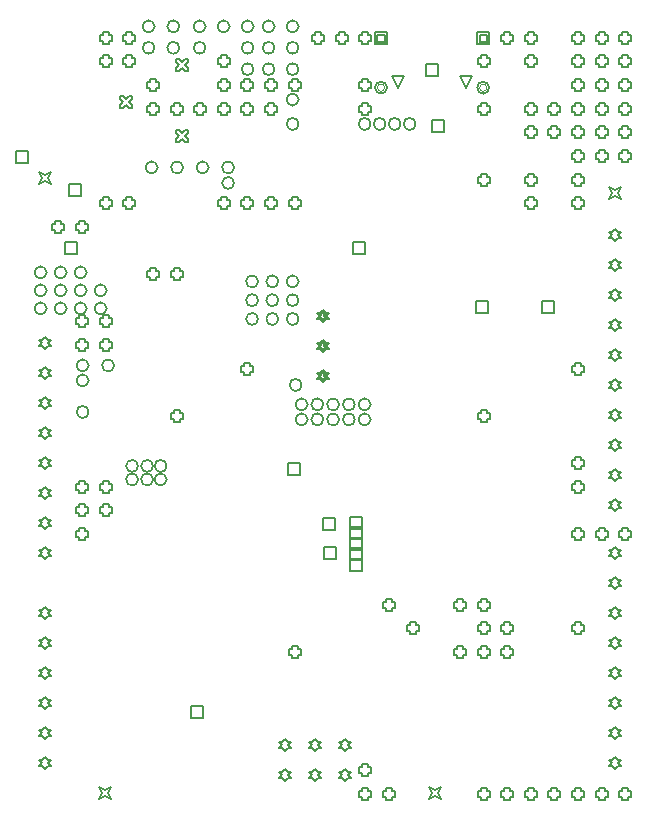
<source format=gbr>
G04*
G04 #@! TF.GenerationSoftware,Altium Limited,Altium Designer,24.2.2 (26)*
G04*
G04 Layer_Color=2752767*
%FSLAX44Y44*%
%MOMM*%
G71*
G04*
G04 #@! TF.SameCoordinates,B43C7C8D-B24C-4B8E-A4ED-51BAA9CAD299*
G04*
G04*
G04 #@! TF.FilePolarity,Positive*
G04*
G01*
G75*
%ADD18C,0.1270*%
%ADD83C,0.1693*%
%ADD84C,0.1016*%
D18*
X1263650Y796290D02*
X1266190Y801370D01*
X1263650Y806450D01*
X1268730Y803910D01*
X1273810Y806450D01*
X1271270Y801370D01*
X1273810Y796290D01*
X1268730Y798830D01*
X1263650Y796290D01*
X1746250Y783590D02*
X1748790Y788670D01*
X1746250Y793750D01*
X1751330Y791210D01*
X1756410Y793750D01*
X1753870Y788670D01*
X1756410Y783590D01*
X1751330Y786130D01*
X1746250Y783590D01*
X1314450Y275590D02*
X1316990Y280670D01*
X1314450Y285750D01*
X1319530Y283210D01*
X1324610Y285750D01*
X1322070Y280670D01*
X1324610Y275590D01*
X1319530Y278130D01*
X1314450Y275590D01*
X1593850D02*
X1596390Y280670D01*
X1593850Y285750D01*
X1598930Y283210D01*
X1604010Y285750D01*
X1601470Y280670D01*
X1604010Y275590D01*
X1598930Y278130D01*
X1593850Y275590D01*
X1268730Y656590D02*
X1271270Y659130D01*
X1273810D01*
X1271270Y661670D01*
X1273810Y664210D01*
X1271270D01*
X1268730Y666750D01*
X1266190Y664210D01*
X1263650D01*
X1266190Y661670D01*
X1263650Y659130D01*
X1266190D01*
X1268730Y656590D01*
Y631190D02*
X1271270Y633730D01*
X1273810D01*
X1271270Y636270D01*
X1273810Y638810D01*
X1271270D01*
X1268730Y641350D01*
X1266190Y638810D01*
X1263650D01*
X1266190Y636270D01*
X1263650Y633730D01*
X1266190D01*
X1268730Y631190D01*
Y605790D02*
X1271270Y608330D01*
X1273810D01*
X1271270Y610870D01*
X1273810Y613410D01*
X1271270D01*
X1268730Y615950D01*
X1266190Y613410D01*
X1263650D01*
X1266190Y610870D01*
X1263650Y608330D01*
X1266190D01*
X1268730Y605790D01*
Y580390D02*
X1271270Y582930D01*
X1273810D01*
X1271270Y585470D01*
X1273810Y588010D01*
X1271270D01*
X1268730Y590550D01*
X1266190Y588010D01*
X1263650D01*
X1266190Y585470D01*
X1263650Y582930D01*
X1266190D01*
X1268730Y580390D01*
Y554990D02*
X1271270Y557530D01*
X1273810D01*
X1271270Y560070D01*
X1273810Y562610D01*
X1271270D01*
X1268730Y565150D01*
X1266190Y562610D01*
X1263650D01*
X1266190Y560070D01*
X1263650Y557530D01*
X1266190D01*
X1268730Y554990D01*
Y529590D02*
X1271270Y532130D01*
X1273810D01*
X1271270Y534670D01*
X1273810Y537210D01*
X1271270D01*
X1268730Y539750D01*
X1266190Y537210D01*
X1263650D01*
X1266190Y534670D01*
X1263650Y532130D01*
X1266190D01*
X1268730Y529590D01*
Y504190D02*
X1271270Y506730D01*
X1273810D01*
X1271270Y509270D01*
X1273810Y511810D01*
X1271270D01*
X1268730Y514350D01*
X1266190Y511810D01*
X1263650D01*
X1266190Y509270D01*
X1263650Y506730D01*
X1266190D01*
X1268730Y504190D01*
Y478790D02*
X1271270Y481330D01*
X1273810D01*
X1271270Y483870D01*
X1273810Y486410D01*
X1271270D01*
X1268730Y488950D01*
X1266190Y486410D01*
X1263650D01*
X1266190Y483870D01*
X1263650Y481330D01*
X1266190D01*
X1268730Y478790D01*
Y427990D02*
X1271270Y430530D01*
X1273810D01*
X1271270Y433070D01*
X1273810Y435610D01*
X1271270D01*
X1268730Y438150D01*
X1266190Y435610D01*
X1263650D01*
X1266190Y433070D01*
X1263650Y430530D01*
X1266190D01*
X1268730Y427990D01*
Y402590D02*
X1271270Y405130D01*
X1273810D01*
X1271270Y407670D01*
X1273810Y410210D01*
X1271270D01*
X1268730Y412750D01*
X1266190Y410210D01*
X1263650D01*
X1266190Y407670D01*
X1263650Y405130D01*
X1266190D01*
X1268730Y402590D01*
Y377190D02*
X1271270Y379730D01*
X1273810D01*
X1271270Y382270D01*
X1273810Y384810D01*
X1271270D01*
X1268730Y387350D01*
X1266190Y384810D01*
X1263650D01*
X1266190Y382270D01*
X1263650Y379730D01*
X1266190D01*
X1268730Y377190D01*
Y351790D02*
X1271270Y354330D01*
X1273810D01*
X1271270Y356870D01*
X1273810Y359410D01*
X1271270D01*
X1268730Y361950D01*
X1266190Y359410D01*
X1263650D01*
X1266190Y356870D01*
X1263650Y354330D01*
X1266190D01*
X1268730Y351790D01*
Y326390D02*
X1271270Y328930D01*
X1273810D01*
X1271270Y331470D01*
X1273810Y334010D01*
X1271270D01*
X1268730Y336550D01*
X1266190Y334010D01*
X1263650D01*
X1266190Y331470D01*
X1263650Y328930D01*
X1266190D01*
X1268730Y326390D01*
Y300990D02*
X1271270Y303530D01*
X1273810D01*
X1271270Y306070D01*
X1273810Y308610D01*
X1271270D01*
X1268730Y311150D01*
X1266190Y308610D01*
X1263650D01*
X1266190Y306070D01*
X1263650Y303530D01*
X1266190D01*
X1268730Y300990D01*
X1751330Y519430D02*
X1753870Y521970D01*
X1756410D01*
X1753870Y524510D01*
X1756410Y527050D01*
X1753870D01*
X1751330Y529590D01*
X1748790Y527050D01*
X1746250D01*
X1748790Y524510D01*
X1746250Y521970D01*
X1748790D01*
X1751330Y519430D01*
Y544830D02*
X1753870Y547370D01*
X1756410D01*
X1753870Y549910D01*
X1756410Y552450D01*
X1753870D01*
X1751330Y554990D01*
X1748790Y552450D01*
X1746250D01*
X1748790Y549910D01*
X1746250Y547370D01*
X1748790D01*
X1751330Y544830D01*
Y570230D02*
X1753870Y572770D01*
X1756410D01*
X1753870Y575310D01*
X1756410Y577850D01*
X1753870D01*
X1751330Y580390D01*
X1748790Y577850D01*
X1746250D01*
X1748790Y575310D01*
X1746250Y572770D01*
X1748790D01*
X1751330Y570230D01*
Y595630D02*
X1753870Y598170D01*
X1756410D01*
X1753870Y600710D01*
X1756410Y603250D01*
X1753870D01*
X1751330Y605790D01*
X1748790Y603250D01*
X1746250D01*
X1748790Y600710D01*
X1746250Y598170D01*
X1748790D01*
X1751330Y595630D01*
Y621030D02*
X1753870Y623570D01*
X1756410D01*
X1753870Y626110D01*
X1756410Y628650D01*
X1753870D01*
X1751330Y631190D01*
X1748790Y628650D01*
X1746250D01*
X1748790Y626110D01*
X1746250Y623570D01*
X1748790D01*
X1751330Y621030D01*
Y646430D02*
X1753870Y648970D01*
X1756410D01*
X1753870Y651510D01*
X1756410Y654050D01*
X1753870D01*
X1751330Y656590D01*
X1748790Y654050D01*
X1746250D01*
X1748790Y651510D01*
X1746250Y648970D01*
X1748790D01*
X1751330Y646430D01*
Y671830D02*
X1753870Y674370D01*
X1756410D01*
X1753870Y676910D01*
X1756410Y679450D01*
X1753870D01*
X1751330Y681990D01*
X1748790Y679450D01*
X1746250D01*
X1748790Y676910D01*
X1746250Y674370D01*
X1748790D01*
X1751330Y671830D01*
Y697230D02*
X1753870Y699770D01*
X1756410D01*
X1753870Y702310D01*
X1756410Y704850D01*
X1753870D01*
X1751330Y707390D01*
X1748790Y704850D01*
X1746250D01*
X1748790Y702310D01*
X1746250Y699770D01*
X1748790D01*
X1751330Y697230D01*
Y722630D02*
X1753870Y725170D01*
X1756410D01*
X1753870Y727710D01*
X1756410Y730250D01*
X1753870D01*
X1751330Y732790D01*
X1748790Y730250D01*
X1746250D01*
X1748790Y727710D01*
X1746250Y725170D01*
X1748790D01*
X1751330Y722630D01*
Y748030D02*
X1753870Y750570D01*
X1756410D01*
X1753870Y753110D01*
X1756410Y755650D01*
X1753870D01*
X1751330Y758190D01*
X1748790Y755650D01*
X1746250D01*
X1748790Y753110D01*
X1746250Y750570D01*
X1748790D01*
X1751330Y748030D01*
Y300990D02*
X1753870Y303530D01*
X1756410D01*
X1753870Y306070D01*
X1756410Y308610D01*
X1753870D01*
X1751330Y311150D01*
X1748790Y308610D01*
X1746250D01*
X1748790Y306070D01*
X1746250Y303530D01*
X1748790D01*
X1751330Y300990D01*
Y326390D02*
X1753870Y328930D01*
X1756410D01*
X1753870Y331470D01*
X1756410Y334010D01*
X1753870D01*
X1751330Y336550D01*
X1748790Y334010D01*
X1746250D01*
X1748790Y331470D01*
X1746250Y328930D01*
X1748790D01*
X1751330Y326390D01*
Y351790D02*
X1753870Y354330D01*
X1756410D01*
X1753870Y356870D01*
X1756410Y359410D01*
X1753870D01*
X1751330Y361950D01*
X1748790Y359410D01*
X1746250D01*
X1748790Y356870D01*
X1746250Y354330D01*
X1748790D01*
X1751330Y351790D01*
Y377190D02*
X1753870Y379730D01*
X1756410D01*
X1753870Y382270D01*
X1756410Y384810D01*
X1753870D01*
X1751330Y387350D01*
X1748790Y384810D01*
X1746250D01*
X1748790Y382270D01*
X1746250Y379730D01*
X1748790D01*
X1751330Y377190D01*
Y402590D02*
X1753870Y405130D01*
X1756410D01*
X1753870Y407670D01*
X1756410Y410210D01*
X1753870D01*
X1751330Y412750D01*
X1748790Y410210D01*
X1746250D01*
X1748790Y407670D01*
X1746250Y405130D01*
X1748790D01*
X1751330Y402590D01*
Y427990D02*
X1753870Y430530D01*
X1756410D01*
X1753870Y433070D01*
X1756410Y435610D01*
X1753870D01*
X1751330Y438150D01*
X1748790Y435610D01*
X1746250D01*
X1748790Y433070D01*
X1746250Y430530D01*
X1748790D01*
X1751330Y427990D01*
Y453390D02*
X1753870Y455930D01*
X1756410D01*
X1753870Y458470D01*
X1756410Y461010D01*
X1753870D01*
X1751330Y463550D01*
X1748790Y461010D01*
X1746250D01*
X1748790Y458470D01*
X1746250Y455930D01*
X1748790D01*
X1751330Y453390D01*
Y478790D02*
X1753870Y481330D01*
X1756410D01*
X1753870Y483870D01*
X1756410Y486410D01*
X1753870D01*
X1751330Y488950D01*
X1748790Y486410D01*
X1746250D01*
X1748790Y483870D01*
X1746250Y481330D01*
X1748790D01*
X1751330Y478790D01*
X1332220Y860630D02*
X1334760D01*
X1337300Y863170D01*
X1339840Y860630D01*
X1342380D01*
Y863170D01*
X1339840Y865710D01*
X1342380Y868250D01*
Y870790D01*
X1339840D01*
X1337300Y868250D01*
X1334760Y870790D01*
X1332220D01*
Y868250D01*
X1334760Y865710D01*
X1332220Y863170D01*
Y860630D01*
X1379220Y891630D02*
X1381760D01*
X1384300Y894170D01*
X1386840Y891630D01*
X1389380D01*
Y894170D01*
X1386840Y896710D01*
X1389380Y899250D01*
Y901790D01*
X1386840D01*
X1384300Y899250D01*
X1381760Y901790D01*
X1379220D01*
Y899250D01*
X1381760Y896710D01*
X1379220Y894170D01*
Y891630D01*
Y831630D02*
X1381760D01*
X1384300Y834170D01*
X1386840Y831630D01*
X1389380D01*
Y834170D01*
X1386840Y836710D01*
X1389380Y839250D01*
Y841790D01*
X1386840D01*
X1384300Y839250D01*
X1381760Y841790D01*
X1379220D01*
Y839250D01*
X1381760Y836710D01*
X1379220Y834170D01*
Y831630D01*
X1503680Y679450D02*
X1506220Y681990D01*
X1508760D01*
X1506220Y684530D01*
X1508760Y687070D01*
X1506220D01*
X1503680Y689610D01*
X1501140Y687070D01*
X1498600D01*
X1501140Y684530D01*
X1498600Y681990D01*
X1501140D01*
X1503680Y679450D01*
Y681482D02*
X1505204Y683006D01*
X1506728D01*
X1505204Y684530D01*
X1506728Y686054D01*
X1505204D01*
X1503680Y687578D01*
X1502156Y686054D01*
X1500632D01*
X1502156Y684530D01*
X1500632Y683006D01*
X1502156D01*
X1503680Y681482D01*
Y654050D02*
X1506220Y656590D01*
X1508760D01*
X1506220Y659130D01*
X1508760Y661670D01*
X1506220D01*
X1503680Y664210D01*
X1501140Y661670D01*
X1498600D01*
X1501140Y659130D01*
X1498600Y656590D01*
X1501140D01*
X1503680Y654050D01*
Y656082D02*
X1505204Y657606D01*
X1506728D01*
X1505204Y659130D01*
X1506728Y660654D01*
X1505204D01*
X1503680Y662178D01*
X1502156Y660654D01*
X1500632D01*
X1502156Y659130D01*
X1500632Y657606D01*
X1502156D01*
X1503680Y656082D01*
Y628650D02*
X1506220Y631190D01*
X1508760D01*
X1506220Y633730D01*
X1508760Y636270D01*
X1506220D01*
X1503680Y638810D01*
X1501140Y636270D01*
X1498600D01*
X1501140Y633730D01*
X1498600Y631190D01*
X1501140D01*
X1503680Y628650D01*
Y630682D02*
X1505204Y632206D01*
X1506728D01*
X1505204Y633730D01*
X1506728Y635254D01*
X1505204D01*
X1503680Y636778D01*
X1502156Y635254D01*
X1500632D01*
X1502156Y633730D01*
X1500632Y632206D01*
X1502156D01*
X1503680Y630682D01*
X1548060Y914400D02*
Y924560D01*
X1558220D01*
Y914400D01*
X1548060D01*
X1550092Y916432D02*
Y922528D01*
X1556188D01*
Y916432D01*
X1550092D01*
X1634560Y914400D02*
Y924560D01*
X1644720D01*
Y914400D01*
X1634560D01*
X1636592Y916432D02*
Y922528D01*
X1642688D01*
Y916432D01*
X1636592D01*
X1567490Y877600D02*
X1562410Y887760D01*
X1572570D01*
X1567490Y877600D01*
X1625290D02*
X1620210Y887760D01*
X1630370D01*
X1625290Y877600D01*
X1522730Y316230D02*
X1525270Y318770D01*
X1527810D01*
X1525270Y321310D01*
X1527810Y323850D01*
X1525270D01*
X1522730Y326390D01*
X1520190Y323850D01*
X1517650D01*
X1520190Y321310D01*
X1517650Y318770D01*
X1520190D01*
X1522730Y316230D01*
X1522730Y290830D02*
X1525270Y293370D01*
X1527810D01*
X1525270Y295910D01*
X1527810Y298450D01*
X1525270D01*
X1522730Y300990D01*
X1520190Y298450D01*
X1517650D01*
X1520190Y295910D01*
X1517650Y293370D01*
X1520190D01*
X1522730Y290830D01*
X1497330Y316230D02*
X1499870Y318770D01*
X1502410D01*
X1499870Y321310D01*
X1502410Y323850D01*
X1499870D01*
X1497330Y326390D01*
X1494790Y323850D01*
X1492250D01*
X1494790Y321310D01*
X1492250Y318770D01*
X1494790D01*
X1497330Y316230D01*
X1471930Y290830D02*
X1474470Y293370D01*
X1477010D01*
X1474470Y295910D01*
X1477010Y298450D01*
X1474470D01*
X1471930Y300990D01*
X1469390Y298450D01*
X1466850D01*
X1469390Y295910D01*
X1466850Y293370D01*
X1469390D01*
X1471930Y290830D01*
X1497330D02*
X1499870Y293370D01*
X1502410D01*
X1499870Y295910D01*
X1502410Y298450D01*
X1499870D01*
X1497330Y300990D01*
X1494790Y298450D01*
X1492250D01*
X1494790Y295910D01*
X1492250Y293370D01*
X1494790D01*
X1497330Y290830D01*
X1471930Y316230D02*
X1474470Y318770D01*
X1477010D01*
X1474470Y321310D01*
X1477010Y323850D01*
X1474470D01*
X1471930Y326390D01*
X1469390Y323850D01*
X1466850D01*
X1469390Y321310D01*
X1466850Y318770D01*
X1469390D01*
X1471930Y316230D01*
X1757461Y917460D02*
Y914921D01*
X1762541D01*
Y917460D01*
X1765081D01*
Y922541D01*
X1762541D01*
Y925080D01*
X1757461D01*
Y922541D01*
X1754921D01*
Y917460D01*
X1757461D01*
Y897460D02*
Y894921D01*
X1762541D01*
Y897460D01*
X1765081D01*
Y902541D01*
X1762541D01*
Y905080D01*
X1757461D01*
Y902541D01*
X1754921D01*
Y897460D01*
X1757461D01*
Y877460D02*
Y874921D01*
X1762541D01*
Y877460D01*
X1765081D01*
Y882541D01*
X1762541D01*
Y885080D01*
X1757461D01*
Y882541D01*
X1754921D01*
Y877460D01*
X1757461D01*
Y857460D02*
Y854921D01*
X1762541D01*
Y857460D01*
X1765081D01*
Y862541D01*
X1762541D01*
Y865080D01*
X1757461D01*
Y862541D01*
X1754921D01*
Y857460D01*
X1757461D01*
Y837460D02*
Y834921D01*
X1762541D01*
Y837460D01*
X1765081D01*
Y842541D01*
X1762541D01*
Y845080D01*
X1757461D01*
Y842541D01*
X1754921D01*
Y837460D01*
X1757461D01*
Y817460D02*
Y814920D01*
X1762541D01*
Y817460D01*
X1765081D01*
Y822540D01*
X1762541D01*
Y825080D01*
X1757461D01*
Y822540D01*
X1754921D01*
Y817460D01*
X1757461D01*
Y497460D02*
Y494920D01*
X1762541D01*
Y497460D01*
X1765081D01*
Y502540D01*
X1762541D01*
Y505080D01*
X1757461D01*
Y502540D01*
X1754921D01*
Y497460D01*
X1757461D01*
Y277460D02*
Y274920D01*
X1762541D01*
Y277460D01*
X1765081D01*
Y282540D01*
X1762541D01*
Y285080D01*
X1757461D01*
Y282540D01*
X1754921D01*
Y277460D01*
X1757461D01*
X1737461Y917460D02*
Y914921D01*
X1742541D01*
Y917460D01*
X1745081D01*
Y922541D01*
X1742541D01*
Y925080D01*
X1737461D01*
Y922541D01*
X1734921D01*
Y917460D01*
X1737461D01*
Y897460D02*
Y894921D01*
X1742541D01*
Y897460D01*
X1745081D01*
Y902541D01*
X1742541D01*
Y905080D01*
X1737461D01*
Y902541D01*
X1734921D01*
Y897460D01*
X1737461D01*
Y877460D02*
Y874921D01*
X1742541D01*
Y877460D01*
X1745081D01*
Y882541D01*
X1742541D01*
Y885080D01*
X1737461D01*
Y882541D01*
X1734921D01*
Y877460D01*
X1737461D01*
Y857460D02*
Y854921D01*
X1742541D01*
Y857460D01*
X1745081D01*
Y862541D01*
X1742541D01*
Y865080D01*
X1737461D01*
Y862541D01*
X1734921D01*
Y857460D01*
X1737461D01*
Y837460D02*
Y834921D01*
X1742541D01*
Y837460D01*
X1745081D01*
Y842541D01*
X1742541D01*
Y845080D01*
X1737461D01*
Y842541D01*
X1734921D01*
Y837460D01*
X1737461D01*
Y817460D02*
Y814920D01*
X1742541D01*
Y817460D01*
X1745081D01*
Y822540D01*
X1742541D01*
Y825080D01*
X1737461D01*
Y822540D01*
X1734921D01*
Y817460D01*
X1737461D01*
Y497460D02*
Y494920D01*
X1742541D01*
Y497460D01*
X1745081D01*
Y502540D01*
X1742541D01*
Y505080D01*
X1737461D01*
Y502540D01*
X1734921D01*
Y497460D01*
X1737461D01*
Y277460D02*
Y274920D01*
X1742541D01*
Y277460D01*
X1745081D01*
Y282540D01*
X1742541D01*
Y285080D01*
X1737461D01*
Y282540D01*
X1734921D01*
Y277460D01*
X1737461D01*
X1717461Y917460D02*
Y914921D01*
X1722541D01*
Y917460D01*
X1725081D01*
Y922541D01*
X1722541D01*
Y925080D01*
X1717461D01*
Y922541D01*
X1714921D01*
Y917460D01*
X1717461D01*
Y897460D02*
Y894921D01*
X1722541D01*
Y897460D01*
X1725081D01*
Y902541D01*
X1722541D01*
Y905080D01*
X1717461D01*
Y902541D01*
X1714921D01*
Y897460D01*
X1717461D01*
Y877460D02*
Y874921D01*
X1722541D01*
Y877460D01*
X1725081D01*
Y882541D01*
X1722541D01*
Y885080D01*
X1717461D01*
Y882541D01*
X1714921D01*
Y877460D01*
X1717461D01*
Y857460D02*
Y854921D01*
X1722541D01*
Y857460D01*
X1725081D01*
Y862541D01*
X1722541D01*
Y865080D01*
X1717461D01*
Y862541D01*
X1714921D01*
Y857460D01*
X1717461D01*
Y837460D02*
Y834921D01*
X1722541D01*
Y837460D01*
X1725081D01*
Y842541D01*
X1722541D01*
Y845080D01*
X1717461D01*
Y842541D01*
X1714921D01*
Y837460D01*
X1717461D01*
Y817460D02*
Y814920D01*
X1722541D01*
Y817460D01*
X1725081D01*
Y822540D01*
X1722541D01*
Y825080D01*
X1717461D01*
Y822540D01*
X1714921D01*
Y817460D01*
X1717461D01*
Y797460D02*
Y794920D01*
X1722541D01*
Y797460D01*
X1725081D01*
Y802540D01*
X1722541D01*
Y805080D01*
X1717461D01*
Y802540D01*
X1714921D01*
Y797460D01*
X1717461D01*
Y777460D02*
Y774920D01*
X1722541D01*
Y777460D01*
X1725081D01*
Y782540D01*
X1722541D01*
Y785080D01*
X1717461D01*
Y782540D01*
X1714921D01*
Y777460D01*
X1717461D01*
Y637460D02*
Y634920D01*
X1722541D01*
Y637460D01*
X1725081D01*
Y642540D01*
X1722541D01*
Y645080D01*
X1717461D01*
Y642540D01*
X1714921D01*
Y637460D01*
X1717461D01*
Y557460D02*
Y554920D01*
X1722541D01*
Y557460D01*
X1725081D01*
Y562540D01*
X1722541D01*
Y565080D01*
X1717461D01*
Y562540D01*
X1714921D01*
Y557460D01*
X1717461D01*
Y537460D02*
Y534920D01*
X1722541D01*
Y537460D01*
X1725081D01*
Y542540D01*
X1722541D01*
Y545080D01*
X1717461D01*
Y542540D01*
X1714921D01*
Y537460D01*
X1717461D01*
Y497460D02*
Y494920D01*
X1722541D01*
Y497460D01*
X1725081D01*
Y502540D01*
X1722541D01*
Y505080D01*
X1717461D01*
Y502540D01*
X1714921D01*
Y497460D01*
X1717461D01*
Y417460D02*
Y414920D01*
X1722541D01*
Y417460D01*
X1725081D01*
Y422540D01*
X1722541D01*
Y425080D01*
X1717461D01*
Y422540D01*
X1714921D01*
Y417460D01*
X1717461D01*
Y277460D02*
Y274920D01*
X1722541D01*
Y277460D01*
X1725081D01*
Y282540D01*
X1722541D01*
Y285080D01*
X1717461D01*
Y282540D01*
X1714921D01*
Y277460D01*
X1717461D01*
X1697461Y857460D02*
Y854921D01*
X1702541D01*
Y857460D01*
X1705081D01*
Y862541D01*
X1702541D01*
Y865080D01*
X1697461D01*
Y862541D01*
X1694921D01*
Y857460D01*
X1697461D01*
Y837460D02*
Y834921D01*
X1702541D01*
Y837460D01*
X1705081D01*
Y842541D01*
X1702541D01*
Y845080D01*
X1697461D01*
Y842541D01*
X1694921D01*
Y837460D01*
X1697461D01*
Y277460D02*
Y274920D01*
X1702541D01*
Y277460D01*
X1705081D01*
Y282540D01*
X1702541D01*
Y285080D01*
X1697461D01*
Y282540D01*
X1694921D01*
Y277460D01*
X1697461D01*
X1677461Y917460D02*
Y914921D01*
X1682541D01*
Y917460D01*
X1685081D01*
Y922541D01*
X1682541D01*
Y925080D01*
X1677461D01*
Y922541D01*
X1674921D01*
Y917460D01*
X1677461D01*
Y897460D02*
Y894921D01*
X1682541D01*
Y897460D01*
X1685081D01*
Y902541D01*
X1682541D01*
Y905080D01*
X1677461D01*
Y902541D01*
X1674921D01*
Y897460D01*
X1677461D01*
Y857460D02*
Y854921D01*
X1682541D01*
Y857460D01*
X1685081D01*
Y862541D01*
X1682541D01*
Y865080D01*
X1677461D01*
Y862541D01*
X1674921D01*
Y857460D01*
X1677461D01*
Y837460D02*
Y834921D01*
X1682541D01*
Y837460D01*
X1685081D01*
Y842541D01*
X1682541D01*
Y845080D01*
X1677461D01*
Y842541D01*
X1674921D01*
Y837460D01*
X1677461D01*
Y797460D02*
Y794920D01*
X1682541D01*
Y797460D01*
X1685081D01*
Y802540D01*
X1682541D01*
Y805080D01*
X1677461D01*
Y802540D01*
X1674921D01*
Y797460D01*
X1677461D01*
Y777460D02*
Y774920D01*
X1682541D01*
Y777460D01*
X1685081D01*
Y782540D01*
X1682541D01*
Y785080D01*
X1677461D01*
Y782540D01*
X1674921D01*
Y777460D01*
X1677461D01*
Y277460D02*
Y274920D01*
X1682541D01*
Y277460D01*
X1685081D01*
Y282540D01*
X1682541D01*
Y285080D01*
X1677461D01*
Y282540D01*
X1674921D01*
Y277460D01*
X1677461D01*
X1657461Y917460D02*
Y914921D01*
X1662541D01*
Y917460D01*
X1665081D01*
Y922541D01*
X1662541D01*
Y925080D01*
X1657461D01*
Y922541D01*
X1654921D01*
Y917460D01*
X1657461D01*
Y417460D02*
Y414920D01*
X1662541D01*
Y417460D01*
X1665081D01*
Y422540D01*
X1662541D01*
Y425080D01*
X1657461D01*
Y422540D01*
X1654921D01*
Y417460D01*
X1657461D01*
Y397460D02*
Y394920D01*
X1662541D01*
Y397460D01*
X1665081D01*
Y402540D01*
X1662541D01*
Y405080D01*
X1657461D01*
Y402540D01*
X1654921D01*
Y397460D01*
X1657461D01*
Y277460D02*
Y274920D01*
X1662541D01*
Y277460D01*
X1665081D01*
Y282540D01*
X1662541D01*
Y285080D01*
X1657461D01*
Y282540D01*
X1654921D01*
Y277460D01*
X1657461D01*
X1637461Y897460D02*
Y894921D01*
X1642541D01*
Y897460D01*
X1645081D01*
Y902541D01*
X1642541D01*
Y905080D01*
X1637461D01*
Y902541D01*
X1634921D01*
Y897460D01*
X1637461D01*
Y857460D02*
Y854921D01*
X1642541D01*
Y857460D01*
X1645081D01*
Y862541D01*
X1642541D01*
Y865080D01*
X1637461D01*
Y862541D01*
X1634921D01*
Y857460D01*
X1637461D01*
Y797460D02*
Y794920D01*
X1642541D01*
Y797460D01*
X1645081D01*
Y802540D01*
X1642541D01*
Y805080D01*
X1637461D01*
Y802540D01*
X1634921D01*
Y797460D01*
X1637461D01*
Y597460D02*
Y594920D01*
X1642541D01*
Y597460D01*
X1645081D01*
Y602540D01*
X1642541D01*
Y605080D01*
X1637461D01*
Y602540D01*
X1634921D01*
Y597460D01*
X1637461D01*
Y437460D02*
Y434920D01*
X1642541D01*
Y437460D01*
X1645081D01*
Y442540D01*
X1642541D01*
Y445080D01*
X1637461D01*
Y442540D01*
X1634921D01*
Y437460D01*
X1637461D01*
Y417460D02*
Y414920D01*
X1642541D01*
Y417460D01*
X1645081D01*
Y422540D01*
X1642541D01*
Y425080D01*
X1637461D01*
Y422540D01*
X1634921D01*
Y417460D01*
X1637461D01*
Y397460D02*
Y394920D01*
X1642541D01*
Y397460D01*
X1645081D01*
Y402540D01*
X1642541D01*
Y405080D01*
X1637461D01*
Y402540D01*
X1634921D01*
Y397460D01*
X1637461D01*
Y277460D02*
Y274920D01*
X1642541D01*
Y277460D01*
X1645081D01*
Y282540D01*
X1642541D01*
Y285080D01*
X1637461D01*
Y282540D01*
X1634921D01*
Y277460D01*
X1637461D01*
X1617461Y437460D02*
Y434920D01*
X1622541D01*
Y437460D01*
X1625081D01*
Y442540D01*
X1622541D01*
Y445080D01*
X1617461D01*
Y442540D01*
X1614921D01*
Y437460D01*
X1617461D01*
Y397460D02*
Y394920D01*
X1622541D01*
Y397460D01*
X1625081D01*
Y402540D01*
X1622541D01*
Y405080D01*
X1617461D01*
Y402540D01*
X1614921D01*
Y397460D01*
X1617461D01*
X1577461Y417460D02*
Y414920D01*
X1582541D01*
Y417460D01*
X1585081D01*
Y422540D01*
X1582541D01*
Y425080D01*
X1577461D01*
Y422540D01*
X1574921D01*
Y417460D01*
X1577461D01*
X1557461Y437460D02*
Y434920D01*
X1562541D01*
Y437460D01*
X1565081D01*
Y442540D01*
X1562541D01*
Y445080D01*
X1557461D01*
Y442540D01*
X1554921D01*
Y437460D01*
X1557461D01*
Y277460D02*
Y274920D01*
X1562541D01*
Y277460D01*
X1565081D01*
Y282540D01*
X1562541D01*
Y285080D01*
X1557461D01*
Y282540D01*
X1554921D01*
Y277460D01*
X1557461D01*
X1537461Y917460D02*
Y914921D01*
X1542541D01*
Y917460D01*
X1545081D01*
Y922541D01*
X1542541D01*
Y925080D01*
X1537461D01*
Y922541D01*
X1534921D01*
Y917460D01*
X1537461D01*
Y877460D02*
Y874921D01*
X1542541D01*
Y877460D01*
X1545081D01*
Y882541D01*
X1542541D01*
Y885080D01*
X1537461D01*
Y882541D01*
X1534921D01*
Y877460D01*
X1537461D01*
Y857460D02*
Y854921D01*
X1542541D01*
Y857460D01*
X1545081D01*
Y862541D01*
X1542541D01*
Y865080D01*
X1537461D01*
Y862541D01*
X1534921D01*
Y857460D01*
X1537461D01*
Y297460D02*
Y294920D01*
X1542541D01*
Y297460D01*
X1545081D01*
Y302540D01*
X1542541D01*
Y305080D01*
X1537461D01*
Y302540D01*
X1534921D01*
Y297460D01*
X1537461D01*
Y277460D02*
Y274920D01*
X1542541D01*
Y277460D01*
X1545081D01*
Y282540D01*
X1542541D01*
Y285080D01*
X1537461D01*
Y282540D01*
X1534921D01*
Y277460D01*
X1537461D01*
X1517461Y917460D02*
Y914921D01*
X1522541D01*
Y917460D01*
X1525081D01*
Y922541D01*
X1522541D01*
Y925080D01*
X1517461D01*
Y922541D01*
X1514921D01*
Y917460D01*
X1517461D01*
X1497461D02*
Y914921D01*
X1502541D01*
Y917460D01*
X1505081D01*
Y922541D01*
X1502541D01*
Y925080D01*
X1497461D01*
Y922541D01*
X1494921D01*
Y917460D01*
X1497461D01*
X1477461Y877460D02*
Y874921D01*
X1482541D01*
Y877460D01*
X1485081D01*
Y882541D01*
X1482541D01*
Y885080D01*
X1477461D01*
Y882541D01*
X1474921D01*
Y877460D01*
X1477461D01*
Y777460D02*
Y774920D01*
X1482541D01*
Y777460D01*
X1485081D01*
Y782540D01*
X1482541D01*
Y785080D01*
X1477461D01*
Y782540D01*
X1474921D01*
Y777460D01*
X1477461D01*
Y397460D02*
Y394920D01*
X1482541D01*
Y397460D01*
X1485081D01*
Y402540D01*
X1482541D01*
Y405080D01*
X1477461D01*
Y402540D01*
X1474921D01*
Y397460D01*
X1477461D01*
X1457461Y877460D02*
Y874921D01*
X1462541D01*
Y877460D01*
X1465081D01*
Y882541D01*
X1462541D01*
Y885080D01*
X1457461D01*
Y882541D01*
X1454921D01*
Y877460D01*
X1457461D01*
Y857460D02*
Y854921D01*
X1462541D01*
Y857460D01*
X1465081D01*
Y862541D01*
X1462541D01*
Y865080D01*
X1457461D01*
Y862541D01*
X1454921D01*
Y857460D01*
X1457461D01*
Y777460D02*
Y774920D01*
X1462541D01*
Y777460D01*
X1465081D01*
Y782540D01*
X1462541D01*
Y785080D01*
X1457461D01*
Y782540D01*
X1454921D01*
Y777460D01*
X1457461D01*
X1437461Y877460D02*
Y874921D01*
X1442541D01*
Y877460D01*
X1445081D01*
Y882541D01*
X1442541D01*
Y885080D01*
X1437461D01*
Y882541D01*
X1434921D01*
Y877460D01*
X1437461D01*
Y857460D02*
Y854921D01*
X1442541D01*
Y857460D01*
X1445081D01*
Y862541D01*
X1442541D01*
Y865080D01*
X1437461D01*
Y862541D01*
X1434921D01*
Y857460D01*
X1437461D01*
Y777460D02*
Y774920D01*
X1442541D01*
Y777460D01*
X1445081D01*
Y782540D01*
X1442541D01*
Y785080D01*
X1437461D01*
Y782540D01*
X1434921D01*
Y777460D01*
X1437461D01*
Y637460D02*
Y634920D01*
X1442541D01*
Y637460D01*
X1445081D01*
Y642540D01*
X1442541D01*
Y645080D01*
X1437461D01*
Y642540D01*
X1434921D01*
Y637460D01*
X1437461D01*
X1417461Y897460D02*
Y894921D01*
X1422541D01*
Y897460D01*
X1425081D01*
Y902541D01*
X1422541D01*
Y905080D01*
X1417461D01*
Y902541D01*
X1414921D01*
Y897460D01*
X1417461D01*
Y877460D02*
Y874921D01*
X1422541D01*
Y877460D01*
X1425081D01*
Y882541D01*
X1422541D01*
Y885080D01*
X1417461D01*
Y882541D01*
X1414921D01*
Y877460D01*
X1417461D01*
Y857460D02*
Y854921D01*
X1422541D01*
Y857460D01*
X1425081D01*
Y862541D01*
X1422541D01*
Y865080D01*
X1417461D01*
Y862541D01*
X1414921D01*
Y857460D01*
X1417461D01*
Y777460D02*
Y774920D01*
X1422541D01*
Y777460D01*
X1425081D01*
Y782540D01*
X1422541D01*
Y785080D01*
X1417461D01*
Y782540D01*
X1414921D01*
Y777460D01*
X1417461D01*
X1397461Y857460D02*
Y854921D01*
X1402541D01*
Y857460D01*
X1405081D01*
Y862541D01*
X1402541D01*
Y865080D01*
X1397461D01*
Y862541D01*
X1394921D01*
Y857460D01*
X1397461D01*
X1377461D02*
Y854921D01*
X1382541D01*
Y857460D01*
X1385081D01*
Y862541D01*
X1382541D01*
Y865080D01*
X1377461D01*
Y862541D01*
X1374921D01*
Y857460D01*
X1377461D01*
Y717460D02*
Y714920D01*
X1382541D01*
Y717460D01*
X1385081D01*
Y722540D01*
X1382541D01*
Y725080D01*
X1377461D01*
Y722540D01*
X1374921D01*
Y717460D01*
X1377461D01*
Y597460D02*
Y594920D01*
X1382541D01*
Y597460D01*
X1385081D01*
Y602540D01*
X1382541D01*
Y605080D01*
X1377461D01*
Y602540D01*
X1374921D01*
Y597460D01*
X1377461D01*
X1357461Y877460D02*
Y874921D01*
X1362541D01*
Y877460D01*
X1365081D01*
Y882541D01*
X1362541D01*
Y885080D01*
X1357461D01*
Y882541D01*
X1354921D01*
Y877460D01*
X1357461D01*
Y857460D02*
Y854921D01*
X1362541D01*
Y857460D01*
X1365081D01*
Y862541D01*
X1362541D01*
Y865080D01*
X1357461D01*
Y862541D01*
X1354921D01*
Y857460D01*
X1357461D01*
Y717460D02*
Y714920D01*
X1362541D01*
Y717460D01*
X1365081D01*
Y722540D01*
X1362541D01*
Y725080D01*
X1357461D01*
Y722540D01*
X1354921D01*
Y717460D01*
X1357461D01*
X1337461Y917460D02*
Y914921D01*
X1342541D01*
Y917460D01*
X1345081D01*
Y922541D01*
X1342541D01*
Y925080D01*
X1337461D01*
Y922541D01*
X1334921D01*
Y917460D01*
X1337461D01*
Y897460D02*
Y894921D01*
X1342541D01*
Y897460D01*
X1345081D01*
Y902541D01*
X1342541D01*
Y905080D01*
X1337461D01*
Y902541D01*
X1334921D01*
Y897460D01*
X1337461D01*
Y777460D02*
Y774920D01*
X1342541D01*
Y777460D01*
X1345081D01*
Y782540D01*
X1342541D01*
Y785080D01*
X1337461D01*
Y782540D01*
X1334921D01*
Y777460D01*
X1337461D01*
X1317461Y917460D02*
Y914921D01*
X1322541D01*
Y917460D01*
X1325081D01*
Y922541D01*
X1322541D01*
Y925080D01*
X1317461D01*
Y922541D01*
X1314921D01*
Y917460D01*
X1317461D01*
Y897460D02*
Y894921D01*
X1322541D01*
Y897460D01*
X1325081D01*
Y902541D01*
X1322541D01*
Y905080D01*
X1317461D01*
Y902541D01*
X1314921D01*
Y897460D01*
X1317461D01*
Y777460D02*
Y774920D01*
X1322541D01*
Y777460D01*
X1325081D01*
Y782540D01*
X1322541D01*
Y785080D01*
X1317461D01*
Y782540D01*
X1314921D01*
Y777460D01*
X1317461D01*
Y677460D02*
Y674920D01*
X1322541D01*
Y677460D01*
X1325081D01*
Y682540D01*
X1322541D01*
Y685080D01*
X1317461D01*
Y682540D01*
X1314921D01*
Y677460D01*
X1317461D01*
Y657460D02*
Y654920D01*
X1322541D01*
Y657460D01*
X1325081D01*
Y662540D01*
X1322541D01*
Y665080D01*
X1317461D01*
Y662540D01*
X1314921D01*
Y657460D01*
X1317461D01*
Y537460D02*
Y534920D01*
X1322541D01*
Y537460D01*
X1325081D01*
Y542540D01*
X1322541D01*
Y545080D01*
X1317461D01*
Y542540D01*
X1314921D01*
Y537460D01*
X1317461D01*
Y517460D02*
Y514920D01*
X1322541D01*
Y517460D01*
X1325081D01*
Y522540D01*
X1322541D01*
Y525080D01*
X1317461D01*
Y522540D01*
X1314921D01*
Y517460D01*
X1317461D01*
X1297461Y757460D02*
Y754920D01*
X1302541D01*
Y757460D01*
X1305081D01*
Y762540D01*
X1302541D01*
Y765080D01*
X1297461D01*
Y762540D01*
X1294921D01*
Y757460D01*
X1297461D01*
Y677460D02*
Y674920D01*
X1302541D01*
Y677460D01*
X1305081D01*
Y682540D01*
X1302541D01*
Y685080D01*
X1297461D01*
Y682540D01*
X1294921D01*
Y677460D01*
X1297461D01*
Y657460D02*
Y654920D01*
X1302541D01*
Y657460D01*
X1305081D01*
Y662540D01*
X1302541D01*
Y665080D01*
X1297461D01*
Y662540D01*
X1294921D01*
Y657460D01*
X1297461D01*
Y537460D02*
Y534920D01*
X1302541D01*
Y537460D01*
X1305081D01*
Y542540D01*
X1302541D01*
Y545080D01*
X1297461D01*
Y542540D01*
X1294921D01*
Y537460D01*
X1297461D01*
Y517460D02*
Y514920D01*
X1302541D01*
Y517460D01*
X1305081D01*
Y522540D01*
X1302541D01*
Y525080D01*
X1297461D01*
Y522540D01*
X1294921D01*
Y517460D01*
X1297461D01*
Y497460D02*
Y494920D01*
X1302541D01*
Y497460D01*
X1305081D01*
Y502540D01*
X1302541D01*
Y505080D01*
X1297461D01*
Y502540D01*
X1294921D01*
Y497460D01*
X1297461D01*
X1277461Y757460D02*
Y754920D01*
X1282541D01*
Y757460D01*
X1285081D01*
Y762540D01*
X1282541D01*
Y765080D01*
X1277461D01*
Y762540D01*
X1274921D01*
Y757460D01*
X1277461D01*
X1526540Y468630D02*
Y478790D01*
X1536700D01*
Y468630D01*
X1526540D01*
Y477520D02*
Y487680D01*
X1536700D01*
Y477520D01*
X1526540D01*
Y486410D02*
Y496570D01*
X1536700D01*
Y486410D01*
X1526540D01*
Y495300D02*
Y505460D01*
X1536700D01*
Y495300D01*
X1526540D01*
Y504190D02*
Y514350D01*
X1536700D01*
Y504190D01*
X1526540D01*
X1596390Y840077D02*
Y850237D01*
X1606550D01*
Y840077D01*
X1596390D01*
X1591310Y887730D02*
Y897890D01*
X1601470D01*
Y887730D01*
X1591310D01*
X1474470Y549520D02*
Y559680D01*
X1484630D01*
Y549520D01*
X1474470D01*
X1244250Y814070D02*
Y824230D01*
X1254410D01*
Y814070D01*
X1244250D01*
X1689194Y687224D02*
Y697384D01*
X1699354D01*
Y687224D01*
X1689194D01*
X1504950Y478790D02*
Y488950D01*
X1515110D01*
Y478790D01*
X1504950D01*
X1391920Y344170D02*
Y354330D01*
X1402080D01*
Y344170D01*
X1391920D01*
X1289050Y786130D02*
Y796290D01*
X1299210D01*
Y786130D01*
X1289050D01*
X1285240Y736600D02*
Y746760D01*
X1295400D01*
Y736600D01*
X1285240D01*
X1503988Y503032D02*
Y513192D01*
X1514148D01*
Y503032D01*
X1503988D01*
X1633220Y687070D02*
Y697230D01*
X1643380D01*
Y687070D01*
X1633220D01*
X1529080Y736600D02*
Y746760D01*
X1539240D01*
Y736600D01*
X1529080D01*
D83*
X1558220Y877780D02*
G03*
X1558220Y877780I-5080J0D01*
G01*
X1644720D02*
G03*
X1644720Y877780I-5080J0D01*
G01*
X1544320Y596900D02*
G03*
X1544320Y596900I-5080J0D01*
G01*
X1530985D02*
G03*
X1530985Y596900I-5080J0D01*
G01*
X1517650D02*
G03*
X1517650Y596900I-5080J0D01*
G01*
X1504315D02*
G03*
X1504315Y596900I-5080J0D01*
G01*
X1490980D02*
G03*
X1490980Y596900I-5080J0D01*
G01*
X1305560Y603250D02*
G03*
X1305560Y603250I-5080J0D01*
G01*
Y629920D02*
G03*
X1305560Y629920I-5080J0D01*
G01*
Y642620D02*
G03*
X1305560Y642620I-5080J0D01*
G01*
X1327150D02*
G03*
X1327150Y642620I-5080J0D01*
G01*
X1490980Y609600D02*
G03*
X1490980Y609600I-5080J0D01*
G01*
X1485900Y626110D02*
G03*
X1485900Y626110I-5080J0D01*
G01*
X1504315Y609600D02*
G03*
X1504315Y609600I-5080J0D01*
G01*
X1517650D02*
G03*
X1517650Y609600I-5080J0D01*
G01*
X1530985D02*
G03*
X1530985Y609600I-5080J0D01*
G01*
X1544320D02*
G03*
X1544320Y609600I-5080J0D01*
G01*
X1445260Y929640D02*
G03*
X1445260Y929640I-5080J0D01*
G01*
Y911543D02*
G03*
X1445260Y911543I-5080J0D01*
G01*
Y893445D02*
G03*
X1445260Y893445I-5080J0D01*
G01*
X1424940Y929640D02*
G03*
X1424940Y929640I-5080J0D01*
G01*
X1382395Y911543D02*
G03*
X1382395Y911543I-5080J0D01*
G01*
X1463040Y893445D02*
G03*
X1463040Y893445I-5080J0D01*
G01*
X1361440Y911543D02*
G03*
X1361440Y911543I-5080J0D01*
G01*
X1404620D02*
G03*
X1404620Y911543I-5080J0D01*
G01*
X1463040D02*
G03*
X1463040Y911543I-5080J0D01*
G01*
X1361440Y929640D02*
G03*
X1361440Y929640I-5080J0D01*
G01*
X1382395D02*
G03*
X1382395Y929640I-5080J0D01*
G01*
X1404620D02*
G03*
X1404620Y929640I-5080J0D01*
G01*
X1463040D02*
G03*
X1463040Y929640I-5080J0D01*
G01*
X1483360D02*
G03*
X1483360Y929640I-5080J0D01*
G01*
Y911543D02*
G03*
X1483360Y911543I-5080J0D01*
G01*
Y893445D02*
G03*
X1483360Y893445I-5080J0D01*
G01*
Y867728D02*
G03*
X1483360Y867728I-5080J0D01*
G01*
Y847090D02*
G03*
X1483360Y847090I-5080J0D01*
G01*
X1544320D02*
G03*
X1544320Y847090I-5080J0D01*
G01*
X1557020D02*
G03*
X1557020Y847090I-5080J0D01*
G01*
X1569720D02*
G03*
X1569720Y847090I-5080J0D01*
G01*
X1582420D02*
G03*
X1582420Y847090I-5080J0D01*
G01*
X1320800Y706120D02*
G03*
X1320800Y706120I-5080J0D01*
G01*
Y690880D02*
G03*
X1320800Y690880I-5080J0D01*
G01*
X1303867D02*
G03*
X1303867Y690880I-5080J0D01*
G01*
Y706120D02*
G03*
X1303867Y706120I-5080J0D01*
G01*
Y721360D02*
G03*
X1303867Y721360I-5080J0D01*
G01*
X1286933D02*
G03*
X1286933Y721360I-5080J0D01*
G01*
Y706120D02*
G03*
X1286933Y706120I-5080J0D01*
G01*
Y690880D02*
G03*
X1286933Y690880I-5080J0D01*
G01*
X1270000D02*
G03*
X1270000Y690880I-5080J0D01*
G01*
Y706120D02*
G03*
X1270000Y706120I-5080J0D01*
G01*
Y721360D02*
G03*
X1270000Y721360I-5080J0D01*
G01*
X1347470Y557530D02*
G03*
X1347470Y557530I-5080J0D01*
G01*
Y546100D02*
G03*
X1347470Y546100I-5080J0D01*
G01*
X1371600D02*
G03*
X1371600Y546100I-5080J0D01*
G01*
X1360170Y557530D02*
G03*
X1360170Y557530I-5080J0D01*
G01*
Y546100D02*
G03*
X1360170Y546100I-5080J0D01*
G01*
X1371600Y557530D02*
G03*
X1371600Y557530I-5080J0D01*
G01*
X1363980Y810260D02*
G03*
X1363980Y810260I-5080J0D01*
G01*
X1449070Y713740D02*
G03*
X1449070Y713740I-5080J0D01*
G01*
X1466215D02*
G03*
X1466215Y713740I-5080J0D01*
G01*
X1483360D02*
G03*
X1483360Y713740I-5080J0D01*
G01*
X1449070Y697865D02*
G03*
X1449070Y697865I-5080J0D01*
G01*
X1466215D02*
G03*
X1466215Y697865I-5080J0D01*
G01*
X1483360D02*
G03*
X1483360Y697865I-5080J0D01*
G01*
Y681990D02*
G03*
X1483360Y681990I-5080J0D01*
G01*
X1466215D02*
G03*
X1466215Y681990I-5080J0D01*
G01*
X1449070D02*
G03*
X1449070Y681990I-5080J0D01*
G01*
X1428750Y810260D02*
G03*
X1428750Y810260I-5080J0D01*
G01*
Y797103D02*
G03*
X1428750Y797103I-5080J0D01*
G01*
X1407160Y810260D02*
G03*
X1407160Y810260I-5080J0D01*
G01*
X1385570D02*
G03*
X1385570Y810260I-5080J0D01*
G01*
D84*
X1556188Y877780D02*
G03*
X1556188Y877780I-3048J0D01*
G01*
X1642688D02*
G03*
X1642688Y877780I-3048J0D01*
G01*
M02*

</source>
